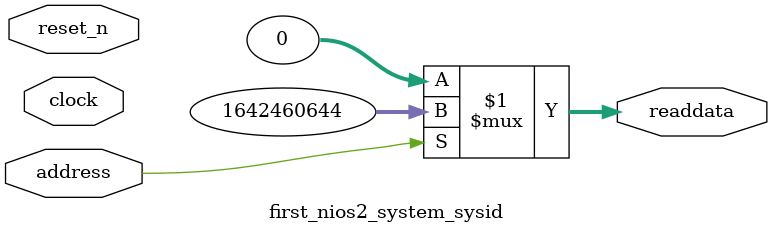
<source format=v>



// synthesis translate_off
`timescale 1ns / 1ps
// synthesis translate_on

// turn off superfluous verilog processor warnings 
// altera message_level Level1 
// altera message_off 10034 10035 10036 10037 10230 10240 10030 

module first_nios2_system_sysid (
               // inputs:
                address,
                clock,
                reset_n,

               // outputs:
                readdata
             )
;

  output  [ 31: 0] readdata;
  input            address;
  input            clock;
  input            reset_n;

  wire    [ 31: 0] readdata;
  //control_slave, which is an e_avalon_slave
  assign readdata = address ? 1642460644 : 0;

endmodule



</source>
